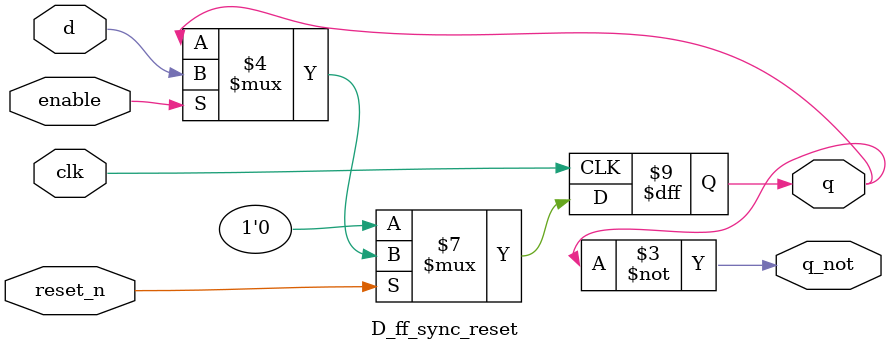
<source format=v>
module D_ff_sync_reset (
                input d,
		input enable,
		input clk,
		input reset_n,
		output reg q,
		output q_not
		);
		
		
		always@ (posedge clk) begin
		   if (!reset_n)
		     q <= 1'b0;
		   else if (enable)
		     q <= d;
		end
	
		assign q_not = ~q;
		
endmodule

</source>
